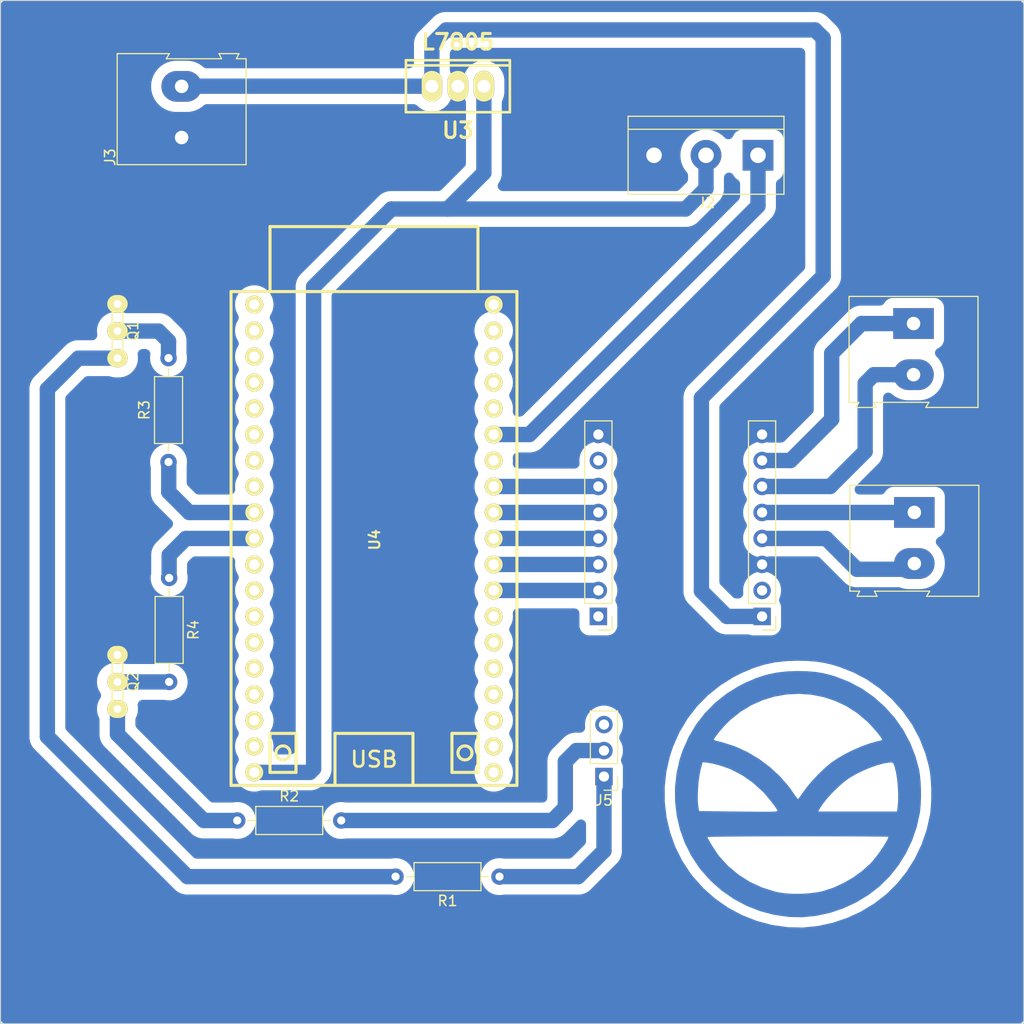
<source format=kicad_pcb>
(kicad_pcb (version 20221018) (generator pcbnew)
  (layers (0 "F.Cu" signal) (31 "B.Cu" signal) (34 "B.Paste" user) (35 "F.Paste" user) (36 "B.SilkS" user "B.Silkscreen") (37 "F.SilkS" user "F.Silkscreen") (38 "B.Mask" user) (39 "F.Mask" user) (44 "Edge.Cuts" user))
  (net 0 "")
  (net 1 "GND")
  (net 2 "/5v")
  (net 3 "/MO1")
  (net 4 "/MO2")
  (net 5 "/MO3")
  (net 14 "/MO4")
  (net 15 "/LED1")
  (net 16 "/LED2")
  (net 31 "/MA1")
  (net 36 "/LED3")
  (net 38 "/Vcc")
  (net 39 "/Servo")
  (net 40 "/MA2")
  (net 41 "/STBY")
  (net 42 "/MB1")
  (net 43 "/MB2")
  (net 46 "/LedS1")
  (net 47 "/LedS2")
  (net 48 "/LedS3")
  (net 49 "Net-(Q1-C)")
  (net 50 "Net-(Q2-C)")
  (net 51 "Net-(Q1-B)")
  (net 52 "Net-(Q2-B)")
  (footprint "EESTN5:ESP32_DEVKITC" (layer "F.Cu") (at 117.3 109.7 -90)
    (fp_text reference "U4" (at 0.127 -0.0635 90) (layer "F.SilkS") (effects (font (size 1.016 1.016) (thickness 0.2032))))
    (fp_text value "ESP32_DEVKITC" hide)
    (fp_text user "USB" (at 21.59 0) (layer "F.SilkS") (effects (font (size 1.524 1.524) (thickness 0.254))))
    (fp_line (start -30.48 -10.16) (end -30.48 10.16) (stroke (width 0.3048)) (layer "F.SilkS"))
    (fp_line (start -30.48 -10.16) (end -24.13 -10.16) (stroke (width 0.3048)) (layer "F.SilkS"))
    (fp_line (start -30.48 10.16) (end -24.13 10.16) (stroke (width 0.3048)) (layer "F.SilkS"))
    (fp_line (start -24.13 -13.97) (end -24.13 13.97) (stroke (width 0.3048)) (layer "F.SilkS"))
    (fp_line (start -24.13 -13.97) (end 24.13 -13.97) (stroke (width 0.3048)) (layer "F.SilkS"))
    (fp_line (start 19.05 -10.16) (end 19.05 -7.62) (stroke (width 0.3048)) (layer "F.SilkS"))
    (fp_line (start 19.05 -7.62) (end 22.86 -7.62) (stroke (width 0.3048)) (layer "F.SilkS"))
    (fp_line (start 19.05 -3.81) (end 19.05 3.81) (stroke (width 0.3048)) (layer "F.SilkS"))
    (fp_line (start 19.05 3.81) (end 24.13 3.81) (stroke (width 0.3048)) (layer "F.SilkS"))
    (fp_line (start 19.05 7.62) (end 22.86 7.62) (stroke (width 0.3048)) (layer "F.SilkS"))
    (fp_line (start 19.05 10.16) (end 19.05 7.62) (stroke (width 0.3048)) (layer "F.SilkS"))
    (fp_line (start 22.86 -10.16) (end 19.05 -10.16) (stroke (width 0.3048)) (layer "F.SilkS"))
    (fp_line (start 22.86 -7.62) (end 22.86 -10.16) (stroke (width 0.3048)) (layer "F.SilkS"))
    (fp_line (start 22.86 7.62) (end 22.86 10.16) (stroke (width 0.3048)) (layer "F.SilkS"))
    (fp_line (start 22.86 10.16) (end 19.05 10.16) (stroke (width 0.3048)) (layer "F.SilkS"))
    (fp_line (start 24.13 -3.81) (end 19.05 -3.81) (stroke (width 0.3048)) (layer "F.SilkS"))
    (fp_line (start 24.13 13.97) (end -24.13 13.97) (stroke (width 0.3048)) (layer "F.SilkS"))
    (fp_line (start 24.13 13.97) (end 24.13 -13.97) (stroke (width 0.3048)) (layer "F.SilkS"))
    (fp_circle (center 20.955 -8.89) (end 21.5265 -8.509) (stroke (width 0.3048)) (fill none) (layer "F.SilkS"))
    (fp_circle (center 20.955 8.89) (end 21.5265 9.271) (stroke (width 0.3048)) (fill none) (layer "F.SilkS"))
    (pad "1" thru_hole circle (at -22.86 11.7 270) (size 1.75 1.75) (drill 1) (layers "*.Cu" "*.Mask" "F.SilkS"))
    (pad "2" thru_hole circle (at -20.32 11.7 270) (size 1.75 1.75) (drill 1) (layers "*.Cu" "*.Mask" "F.SilkS"))
    (pad "3" thru_hole circle (at -17.78 11.7 270) (size 1.75 1.75) (drill 1) (layers "*.Cu" "*.Mask" "F.SilkS"))
    (pad "4" thru_hole circle (at -15.24 11.7 270) (size 1.75 1.75) (drill 1) (layers "*.Cu" "*.Mask" "F.SilkS"))
    (pad "5" thru_hole circle (at -12.7 11.7 270) (size 1.75 1.75) (drill 1) (layers "*.Cu" "*.Mask" "F.SilkS"))
    (pad "6" thru_hole circle (at -10.16 11.7 270) (size 1.75 1.75) (drill 1) (layers "*.Cu" "*.Mask" "F.SilkS"))
    (pad "7" thru_hole circle (at -7.62 11.7 270) (size 1.75 1.75) (drill 1) (layers "*.Cu" "*.Mask" "F.SilkS"))
    (pad "8" thru_hole circle (at -5.08 11.7 270) (size 1.75 1.75) (drill 1) (layers "*.Cu" "*.Mask" "F.SilkS"))
    (pad "9" thru_hole circle (at -2.54 11.7 270) (size 1.75 1.75) (drill 1) (layers "*.Cu" "*.Mask" "F.SilkS") (net 15 "/LED1"))
    (pad "10" thru_hole circle (at 0 11.7 270) (size 1.75 1.75) (drill 1) (layers "*.Cu" "*.Mask" "F.SilkS") (net 16 "/LED2"))
    (pad "11" thru_hole circle (at 2.54 11.7 270) (size 1.75 1.75) (drill 1) (layers "*.Cu" "*.Mask" "F.SilkS") (net 36 "/LED3"))
    (pad "12" thru_hole circle (at 5.08 11.7 270) (size 1.75 1.75) (drill 1) (layers "*.Cu" "*.Mask" "F.SilkS"))
    (pad "13" thru_hole circle (at 7.62 11.7 270) (size 1.75 1.75) (drill 1) (layers "*.Cu" "*.Mask" "F.SilkS"))
    (pad "14" thru_hole circle (at 10.16 11.7 270) (size 1.75 1.75) (drill 1) (layers "*.Cu" "*.Mask" "F.SilkS"))
    (pad "15" thru_hole circle (at 12.7 11.7 270) (size 1.75 1.75) (drill 1) (layers "*.Cu" "*.Mask" "F.SilkS"))
    (pad "16" thru_hole circle (at 15.24 11.7 270) (size 1.75 1.75) (drill 1) (layers "*.Cu" "*.Mask" "F.SilkS"))
    (pad "17" thru_hole circle (at 17.78 11.7 270) (size 1.75 1.75) (drill 1) (layers "*.Cu" "*.Mask" "F.SilkS"))
    (pad "18" thru_hole circle (at 20.32 11.7 270) (size 1.75 1.75) (drill 1) (layers "*.Cu" "*.Mask" "F.SilkS"))
    (pad "19" thru_hole circle (at 22.86 11.7 270) (size 1.75 1.75) (drill 1) (layers "*.Cu" "*.Mask" "F.SilkS") (net 2 "/5v"))
    (pad "20" thru_hole circle (at 22.86 -11.7 90) (size 1.75 1.75) (drill 1) (layers "*.Cu" "*.Mask" "F.SilkS"))
    (pad "21" thru_hole circle (at 20.32 -11.7 90) (size 1.75 1.75) (drill 1) (layers "*.Cu" "*.Mask" "F.SilkS"))
    (pad "22" thru_hole circle (at 17.78 -11.7 90) (size 1.75 1.75) (drill 1) (layers "*.Cu" "*.Mask" "F.SilkS"))
    (pad "23" thru_hole circle (at 15.24 -11.7 90) (size 1.75 1.75) (drill 1) (layers "*.Cu" "*.Mask" "F.SilkS"))
    (pad "24" thru_hole circle (at 12.7 -11.7 90) (size 1.75 1.75) (drill 1) (layers "*.Cu" "*.Mask" "F.SilkS"))
    (pad "25" thru_hole circle (at 10.16 -11.7 90) (size 1.75 1.75) (drill 1) (layers "*.Cu" "*.Mask" "F.SilkS"))
    (pad "26" thru_hole circle (at 7.62 -11.7 90) (size 1.75 1.75) (drill 1) (layers "*.Cu" "*.Mask" "F.SilkS"))
    (pad "27" thru_hole circle (at 5.08 -11.7 90) (size 1.75 1.75) (drill 1) (layers "*.Cu" "*.Mask" "F.SilkS") (net 40 "/MA2"))
    (pad "28" thru_hole circle (at 2.54 -11.7 90) (size 1.75 1.75) (drill 1) (layers "*.Cu" "*.Mask" "F.SilkS") (net 31 "/MA1"))
    (pad "29" thru_hole circle (at 0 -11.7 90) (size 1.75 1.75) (drill 1) (layers "*.Cu" "*.Mask" "F.SilkS") (net 41 "/STBY"))
    (pad "30" thru_hole circle (at -2.54 -11.7 90) (size 1.75 1.75) (drill 1) (layers "*.Cu" "*.Mask" "F.SilkS") (net 42 "/MB1"))
    (pad "31" thru_hole circle (at -5.08 -11.7 90) (size 1.75 1.75) (drill 1) (layers "*.Cu" "*.Mask" "F.SilkS") (net 43 "/MB2"))
    (pad "32" thru_hole circle (at -7.62 -11.7 90) (size 1.75 1.75) (drill 1) (layers "*.Cu" "*.Mask" "F.SilkS"))
    (pad "33" thru_hole circle (at -10.16 -11.7 90) (size 1.75 1.75) (drill 1) (layers "*.Cu" "*.Mask" "F.SilkS") (net 39 "/Servo"))
    (pad "34" thru_hole circle (at -12.7 -11.7 90) (size 1.75 1.75) (drill 1) (layers "*.Cu" "*.Mask" "F.SilkS"))
    (pad "35" thru_hole circle (at -15.24 -11.7 90) (size 1.75 1.75) (drill 1) (layers "*.Cu" "*.Mask" "F.SilkS"))
    (pad "36" thru_hole circle (at -17.78 -11.7 90) (size 1.75 1.75) (drill 1) (layers "*.Cu" "*.Mask" "F.SilkS"))
    (pad "37" thru_hole circle (at -20.32 -11.7 90) (size 1.75 1.75) (drill 1) (layers "*.Cu" "*.Mask" "F.SilkS"))
    (pad "38" thru_hole circle (at -22.86 -11.7 90) (size 1.75 1.75) (drill 1) (layers "*.Cu" "*.Mask" "F.SilkS") (net 1 "GND"))
  )
  (footprint "EESTN5:TO-20" (layer "F.Cu") (at 92.23 89.43 90)
    (fp_text reference "Q1" (at 0 1.524 90) (layer "F.SilkS"))
    (fp_text value "BC548")
    (fp_line (start -3.048 -0.508) (end 3.048 -0.508) (stroke (width 0.15)) (layer "F.SilkS"))
    (fp_line (start -3.048 0.508) (end -3.048 -0.508) (stroke (width 0.15)) (layer "F.SilkS"))
    (fp_line (start 3.048 -0.508) (end 3.048 0.508) (stroke (width 0.15)) (layer "F.SilkS"))
    (fp_line (start 3.048 0.508) (end -3.048 0.508) (stroke (width 0.15)) (layer "F.SilkS"))
    (pad "1" thru_hole oval (at -2.65 0 90) (size 1.75 2) (drill 0.762) (layers "*.Cu" "*.Mask" "F.SilkS") (net 49 "Net-(Q1-C)"))
    (pad "2" thru_hole oval (at 0 0 90) (size 1.75 2) (drill 0.762) (layers "*.Cu" "*.Mask" "F.SilkS") (net 51 "Net-(Q1-B)"))
    (pad "3" thru_hole oval (at 2.65 0 90) (size 1.75 2) (drill 0.762) (layers "*.Cu" "*.Mask" "F.SilkS") (net 1 "GND"))
  )
  (footprint "TerminalBlock:TerminalBlock_Altech_AK300-2_P5.00mm" (layer "F.Cu") (at 170.11 107.15 -90)
    (fp_text reference "J4" hide)
    (fp_text value "Motor2")
    (fp_line (start -2.65 -6.3) (end -2.65 6.3) (stroke (width 0.12)) (layer "F.SilkS"))
    (fp_line (start -2.65 6.3) (end 7.7 6.3) (stroke (width 0.12)) (layer "F.SilkS"))
    (fp_line (start 7.7 -1.5) (end 8.2 -1.2) (stroke (width 0.12)) (layer "F.SilkS"))
    (fp_line (start 7.7 3.9) (end 7.7 -1.5) (stroke (width 0.12)) (layer "F.SilkS"))
    (fp_line (start 7.7 5.35) (end 8.2 5.6) (stroke (width 0.12)) (layer "F.SilkS"))
    (fp_line (start 7.7 6.3) (end 7.7 5.35) (stroke (width 0.12)) (layer "F.SilkS"))
    (fp_line (start 8.2 -6.3) (end -2.65 -6.3) (stroke (width 0.12)) (layer "F.SilkS"))
    (fp_line (start 8.2 -1.2) (end 8.2 -6.3) (stroke (width 0.12)) (layer "F.SilkS"))
    (fp_line (start 8.2 3.65) (end 7.7 3.9) (stroke (width 0.12)) (layer "F.SilkS"))
    (fp_line (start 8.2 3.7) (end 8.2 3.65) (stroke (width 0.12)) (layer "F.SilkS"))
    (fp_line (start 8.2 5.6) (end 8.2 3.7) (stroke (width 0.12)) (layer "F.SilkS"))
    (pad "1" thru_hole rect (at 0 0 270) (size 3 3.96) (drill 1.32) (layers "*.Cu" "*.Mask") (net 4 "/MO2"))
    (pad "2" thru_hole oval (at 5 0 270) (size 3 3.96) (drill 1.32) (layers "*.Cu" "*.Mask") (net 3 "/MO1"))
  )
  (footprint "EESTN5:TO-20" (layer "F.Cu") (at 92.23 123.72 90)
    (fp_text reference "Q2" (at 0 1.524 90) (layer "F.SilkS"))
    (fp_text value "BC548")
    (fp_line (start -3.048 -0.508) (end 3.048 -0.508) (stroke (width 0.15)) (layer "F.SilkS"))
    (fp_line (start -3.048 0.508) (end -3.048 -0.508) (stroke (width 0.15)) (layer "F.SilkS"))
    (fp_line (start 3.048 -0.508) (end 3.048 0.508) (stroke (width 0.15)) (layer "F.SilkS"))
    (fp_line (start 3.048 0.508) (end -3.048 0.508) (stroke (width 0.15)) (layer "F.SilkS"))
    (pad "1" thru_hole oval (at -2.65 0 90) (size 1.75 2) (drill 0.762) (layers "*.Cu" "*.Mask" "F.SilkS") (net 50 "Net-(Q2-C)"))
    (pad "2" thru_hole oval (at 0 0 90) (size 1.75 2) (drill 0.762) (layers "*.Cu" "*.Mask" "F.SilkS") (net 52 "Net-(Q2-B)"))
    (pad "3" thru_hole oval (at 2.65 0 90) (size 1.75 2) (drill 0.762) (layers "*.Cu" "*.Mask" "F.SilkS") (net 1 "GND"))
  )
  (footprint "Resistor_THT:R_Axial_DIN0207_L6.3mm_D2.5mm_P10.16mm_Horizontal" (layer "F.Cu") (at 129.5654 142.748 180)
    (fp_text reference "R1" (at 5.08 -2.37) (layer "F.SilkS"))
    (fp_text value "R_Led")
    (fp_line (start 1.04 0) (end 1.81 0) (stroke (width 0.12)) (layer "F.SilkS"))
    (fp_line (start 1.81 -1.37) (end 1.81 1.37) (stroke (width 0.12)) (layer "F.SilkS"))
    (fp_line (start 1.81 1.37) (end 8.35 1.37) (stroke (width 0.12)) (layer "F.SilkS"))
    (fp_line (start 8.35 -1.37) (end 1.81 -1.37) (stroke (width 0.12)) (layer "F.SilkS"))
    (fp_line (start 8.35 1.37) (end 8.35 -1.37) (stroke (width 0.12)) (layer "F.SilkS"))
    (fp_line (start 9.12 0) (end 8.35 0) (stroke (width 0.12)) (layer "F.SilkS"))
    (pad "1" thru_hole circle (at 0 0 180) (size 1.6 1.6) (drill 0.8) (layers "*.Cu" "*.Mask") (net 46 "/LedS1"))
    (pad "2" thru_hole oval (at 10.16 0 180) (size 1.6 1.6) (drill 0.8) (layers "*.Cu" "*.Mask") (net 49 "Net-(Q1-C)"))
  )
  (footprint "Connector_PinHeader_2.54mm:PinHeader_1x03_P2.54mm_Vertical" (layer "F.Cu") (at 139.7762 132.969 180)
    (fp_text reference "J5" (at 0 -2.33) (layer "F.SilkS"))
    (fp_text value "SalidaLuces")
    (fp_line (start -1.33 -1.33) (end 0 -1.33) (stroke (width 0.12)) (layer "F.SilkS"))
    (fp_line (start -1.33 0) (end -1.33 -1.33) (stroke (width 0.12)) (layer "F.SilkS"))
    (fp_line (start -1.33 1.27) (end -1.33 6.41) (stroke (width 0.12)) (layer "F.SilkS"))
    (fp_line (start -1.33 1.27) (end 1.33 1.27) (stroke (width 0.12)) (layer "F.SilkS"))
    (fp_line (start -1.33 6.41) (end 1.33 6.41) (stroke (width 0.12)) (layer "F.SilkS"))
    (fp_line (start 1.33 1.27) (end 1.33 6.41) (stroke (width 0.12)) (layer "F.SilkS"))
    (pad "1" thru_hole rect (at 0 0 180) (size 1.7 1.7) (drill 1) (layers "*.Cu" "*.Mask") (net 46 "/LedS1"))
    (pad "2" thru_hole oval (at 0 2.54 180) (size 1.7 1.7) (drill 1) (layers "*.Cu" "*.Mask") (net 47 "/LedS2"))
    (pad "3" thru_hole oval (at 0 5.08 180) (size 1.7 1.7) (drill 1) (layers "*.Cu" "*.Mask") (net 48 "/LedS3"))
  )
  (footprint "TerminalBlock:TerminalBlock_Altech_AK300-2_P5.00mm" (layer "F.Cu") (at 98.5 70.515 90)
    (fp_text reference "J3" (at -1.92 -6.99 90) (layer "F.SilkS"))
    (fp_text value "BateriadeNotebook")
    (fp_line (start -2.65 -6.3) (end -2.65 6.3) (stroke (width 0.12)) (layer "F.SilkS"))
    (fp_line (start -2.65 6.3) (end 7.7 6.3) (stroke (width 0.12)) (layer "F.SilkS"))
    (fp_line (start 7.7 -1.5) (end 8.2 -1.2) (stroke (width 0.12)) (layer "F.SilkS"))
    (fp_line (start 7.7 3.9) (end 7.7 -1.5) (stroke (width 0.12)) (layer "F.SilkS"))
    (fp_line (start 7.7 5.35) (end 8.2 5.6) (stroke (width 0.12)) (layer "F.SilkS"))
    (fp_line (start 7.7 6.3) (end 7.7 5.35) (stroke (width 0.12)) (layer "F.SilkS"))
    (fp_line (start 8.2 -6.3) (end -2.65 -6.3) (stroke (width 0.12)) (layer "F.SilkS"))
    (fp_line (start 8.2 -1.2) (end 8.2 -6.3) (stroke (width 0.12)) (layer "F.SilkS"))
    (fp_line (start 8.2 3.65) (end 7.7 3.9) (stroke (width 0.12)) (layer "F.SilkS"))
    (fp_line (start 8.2 3.7) (end 8.2 3.65) (stroke (width 0.12)) (layer "F.SilkS"))
    (fp_line (start 8.2 5.6) (end 8.2 3.7) (stroke (width 0.12)) (layer "F.SilkS"))
    (pad "1" thru_hole rect (at 0 0 90) (size 3 3.96) (drill 1.32) (layers "*.Cu" "*.Mask") (net 1 "GND"))
    (pad "2" thru_hole oval (at 5 0 90) (size 3 3.96) (drill 1.32) (layers "*.Cu" "*.Mask") (net 38 "/Vcc"))
  )
  (footprint "TerminalBlock:TerminalBlock_bornier-3_P5.08mm" (layer "F.Cu") (at 154.83 72.25 180)
    (fp_text reference "J2" (at 5.05 -4.65) (layer "F.SilkS"))
    (fp_text value "Servo")
    (fp_line (start -2.54 -3.81) (end 12.7 -3.81) (stroke (width 0.12)) (layer "F.SilkS"))
    (fp_line (start -2.54 2.54) (end 12.7 2.54) (stroke (width 0.12)) (layer "F.SilkS"))
    (fp_line (start -2.54 3.81) (end -2.54 -3.81) (stroke (width 0.12)) (layer "F.SilkS"))
    (fp_line (start -2.54 3.81) (end 12.7 3.81) (stroke (width 0.12)) (layer "F.SilkS"))
    (fp_line (start 12.7 3.81) (end 12.7 -3.81) (stroke (width 0.12)) (layer "F.SilkS"))
    (pad "1" thru_hole rect (at 0 0 180) (size 3 3) (drill 1.52) (layers "*.Cu" "*.Mask") (net 39 "/Servo"))
    (pad "2" thru_hole circle (at 5.08 0 180) (size 3 3) (drill 1.52) (layers "*.Cu" "*.Mask") (net 2 "/5v"))
    (pad "3" thru_hole circle (at 10.16 0 180) (size 3 3) (drill 1.52) (layers "*.Cu" "*.Mask") (net 1 "GND"))
  )
  (footprint "TerminalBlock:TerminalBlock_Altech_AK300-2_P5.00mm" (layer "F.Cu") (at 170.03 88.695 -90)
    (fp_text reference "J1" hide)
    (fp_text value "Motor1")
    (fp_line (start -2.65 -6.3) (end -2.65 6.3) (stroke (width 0.12)) (layer "F.SilkS"))
    (fp_line (start -2.65 6.3) (end 7.7 6.3) (stroke (width 0.12)) (layer "F.SilkS"))
    (fp_line (start 7.7 -1.5) (end 8.2 -1.2) (stroke (width 0.12)) (layer "F.SilkS"))
    (fp_line (start 7.7 3.9) (end 7.7 -1.5) (stroke (width 0.12)) (layer "F.SilkS"))
    (fp_line (start 7.7 5.35) (end 8.2 5.6) (stroke (width 0.12)) (layer "F.SilkS"))
    (fp_line (start 7.7 6.3) (end 7.7 5.35) (stroke (width 0.12)) (layer "F.SilkS"))
    (fp_line (start 8.2 -6.3) (end -2.65 -6.3) (stroke (width 0.12)) (layer "F.SilkS"))
    (fp_line (start 8.2 -1.2) (end 8.2 -6.3) (stroke (width 0.12)) (layer "F.SilkS"))
    (fp_line (start 8.2 3.65) (end 7.7 3.9) (stroke (width 0.12)) (layer "F.SilkS"))
    (fp_line (start 8.2 3.7) (end 8.2 3.65) (stroke (width 0.12)) (layer "F.SilkS"))
    (fp_line (start 8.2 5.6) (end 8.2 3.7) (stroke (width 0.12)) (layer "F.SilkS"))
    (pad "1" thru_hole rect (at 0 0 270) (size 3 3.96) (drill 1.32) (layers "*.Cu" "*.Mask") (net 14 "/MO4"))
    (pad "2" thru_hole oval (at 5 0 270) (size 3 3.96) (drill 1.32) (layers "*.Cu" "*.Mask") (net 5 "/MO3"))
  )
  (footprint "Connector_PinHeader_2.54mm:PinHeader_1x08_P2.54mm_Vertical" (layer "F.Cu") (at 139.23 117.32 180)
    (fp_text reference "J7" hide)
    (fp_text value "DRV883_I")
    (fp_line (start -1.33 -1.33) (end 0 -1.33) (stroke (width 0.12)) (layer "F.SilkS"))
    (fp_line (start -1.33 0) (end -1.33 -1.33) (stroke (width 0.12)) (layer "F.SilkS"))
    (fp_line (start -1.33 1.27) (end -1.33 19.11) (stroke (width 0.12)) (layer "F.SilkS"))
    (fp_line (start -1.33 1.27) (end 1.33 1.27) (stroke (width 0.12)) (layer "F.SilkS"))
    (fp_line (start -1.33 19.11) (end 1.33 19.11) (stroke (width 0.12)) (layer "F.SilkS"))
    (fp_line (start 1.33 1.27) (end 1.33 19.11) (stroke (width 0.12)) (layer "F.SilkS"))
    (pad "1" thru_hole rect (at 0 0 180) (size 1.7 1.7) (drill 1) (layers "*.Cu" "*.Mask"))
    (pad "2" thru_hole oval (at 0 2.54 180) (size 1.7 1.7) (drill 1) (layers "*.Cu" "*.Mask") (net 40 "/MA2"))
    (pad "3" thru_hole oval (at 0 5.08 180) (size 1.7 1.7) (drill 1) (layers "*.Cu" "*.Mask") (net 31 "/MA1"))
    (pad "4" thru_hole oval (at 0 7.62 180) (size 1.7 1.7) (drill 1) (layers "*.Cu" "*.Mask") (net 41 "/STBY"))
    (pad "5" thru_hole oval (at 0 10.16 180) (size 1.7 1.7) (drill 1) (layers "*.Cu" "*.Mask") (net 42 "/MB1"))
    (pad "6" thru_hole oval (at 0 12.7 180) (size 1.7 1.7) (drill 1) (layers "*.Cu" "*.Mask") (net 43 "/MB2"))
    (pad "7" thru_hole oval (at 0 15.24 180) (size 1.7 1.7) (drill 1) (layers "*.Cu" "*.Mask"))
    (pad "8" thru_hole oval (at 0 17.78 180) (size 1.7 1.7) (drill 1) (layers "*.Cu" "*.Mask") (net 1 "GND"))
  )
  (footprint "Resistor_THT:R_Axial_DIN0207_L6.3mm_D2.5mm_P10.16mm_Horizontal" (layer "F.Cu") (at 103.9368 137.2616)
    (fp_text reference "R2" (at 5.08 -2.37) (layer "F.SilkS"))
    (fp_text value "R_Led")
    (fp_line (start 1.04 0) (end 1.81 0) (stroke (width 0.12)) (layer "F.SilkS"))
    (fp_line (start 1.81 -1.37) (end 1.81 1.37) (stroke (width 0.12)) (layer "F.SilkS"))
    (fp_line (start 1.81 1.37) (end 8.35 1.37) (stroke (width 0.12)) (layer "F.SilkS"))
    (fp_line (start 8.35 -1.37) (end 1.81 -1.37) (stroke (width 0.12)) (layer "F.SilkS"))
    (fp_line (start 8.35 1.37) (end 8.35 -1.37) (stroke (width 0.12)) (layer "F.SilkS"))
    (fp_line (start 9.12 0) (end 8.35 0) (stroke (width 0.12)) (layer "F.SilkS"))
    (pad "1" thru_hole circle (at 0 0) (size 1.6 1.6) (drill 0.8) (layers "*.Cu" "*.Mask") (net 50 "Net-(Q2-C)"))
    (pad "2" thru_hole oval (at 10.16 0) (size 1.6 1.6) (drill 0.8) (layers "*.Cu" "*.Mask") (net 47 "/LedS2"))
  )
  (footprint "Connector_PinHeader_2.54mm:PinHeader_1x08_P2.54mm_Vertical" (layer "F.Cu") (at 155.23 117.32 180)
    (fp_text reference "J6" hide)
    (fp_text value "DRV8833_O")
    (fp_line (start -1.33 -1.33) (end 0 -1.33) (stroke (width 0.12)) (layer "F.SilkS"))
    (fp_line (start -1.33 0) (end -1.33 -1.33) (stroke (width 0.12)) (layer "F.SilkS"))
    (fp_line (start -1.33 1.27) (end -1.33 19.11) (stroke (width 0.12)) (layer "F.SilkS"))
    (fp_line (start -1.33 1.27) (end 1.33 1.27) (stroke (width 0.12)) (layer "F.SilkS"))
    (fp_line (start -1.33 19.11) (end 1.33 19.11) (stroke (width 0.12)) (layer "F.SilkS"))
    (fp_line (start 1.33 1.27) (end 1.33 19.11) (stroke (width 0.12)) (layer "F.SilkS"))
    (pad "1" thru_hole rect (at 0 0 180) (size 1.7 1.7) (drill 1) (layers "*.Cu" "*.Mask") (net 38 "/Vcc"))
    (pad "2" thru_hole oval (at 0 2.54 180) (size 1.7 1.7) (drill 1) (layers "*.Cu" "*.Mask"))
    (pad "3" thru_hole oval (at 0 5.08 180) (size 1.7 1.7) (drill 1) (layers "*.Cu" "*.Mask") (net 1 "GND"))
    (pad "4" thru_hole oval (at 0 7.62 180) (size 1.7 1.7) (drill 1) (layers "*.Cu" "*.Mask") (net 3 "/MO1"))
    (pad "5" thru_hole oval (at 0 10.16 180) (size 1.7 1.7) (drill 1) (layers "*.Cu" "*.Mask") (net 4 "/MO2"))
    (pad "6" thru_hole oval (at 0 12.7 180) (size 1.7 1.7) (drill 1) (layers "*.Cu" "*.Mask") (net 5 "/MO3"))
    (pad "7" thru_hole oval (at 0 15.24 180) (size 1.7 1.7) (drill 1) (layers "*.Cu" "*.Mask") (net 14 "/MO4"))
    (pad "8" thru_hole oval (at 0 17.78 180) (size 1.7 1.7) (drill 1) (layers "*.Cu" "*.Mask") (net 1 "GND"))
  )
  (footprint "Resistor_THT:R_Axial_DIN0207_L6.3mm_D2.5mm_P10.16mm_Horizontal" (layer "F.Cu") (at 97.22 102.23 90)
    (fp_text reference "R3" (at 5.08 -2.37 90) (layer "F.SilkS"))
    (fp_text value "R_Led")
    (fp_line (start 1.04 0) (end 1.81 0) (stroke (width 0.12)) (layer "F.SilkS"))
    (fp_line (start 1.81 -1.37) (end 1.81 1.37) (stroke (width 0.12)) (layer "F.SilkS"))
    (fp_line (start 1.81 1.37) (end 8.35 1.37) (stroke (width 0.12)) (layer "F.SilkS"))
    (fp_line (start 8.35 -1.37) (end 1.81 -1.37) (stroke (width 0.12)) (layer "F.SilkS"))
    (fp_line (start 8.35 1.37) (end 8.35 -1.37) (stroke (width 0.12)) (layer "F.SilkS"))
    (fp_line (start 9.12 0) (end 8.35 0) (stroke (width 0.12)) (layer "F.SilkS"))
    (pad "1" thru_hole circle (at 0 0 90) (size 1.6 1.6) (drill 0.8) (layers "*.Cu" "*.Mask") (net 15 "/LED1"))
    (pad "2" thru_hole oval (at 10.16 0 90) (size 1.6 1.6) (drill 0.8) (layers "*.Cu" "*.Mask") (net 51 "Net-(Q1-B)"))
  )
  (footprint "Resistor_THT:R_Axial_DIN0207_L6.3mm_D2.5mm_P10.16mm_Horizontal" (layer "F.Cu") (at 97.28 113.56 -90)
    (fp_text reference "R4" (at 5.08 -2.37 90) (layer "F.SilkS"))
    (fp_text value "R_Led")
    (fp_line (start 1.04 0) (end 1.81 0) (stroke (width 0.12)) (layer "F.SilkS"))
    (fp_line (start 1.81 -1.37) (end 1.81 1.37) (stroke (width 0.12)) (layer "F.SilkS"))
    (fp_line (start 1.81 1.37) (end 8.35 1.37) (stroke (width 0.12)) (layer "F.SilkS"))
    (fp_line (start 8.35 -1.37) (end 1.81 -1.37) (stroke (width 0.12)) (layer "F.SilkS"))
    (fp_line (start 8.35 1.37) (end 8.35 -1.37) (stroke (width 0.12)) (layer "F.SilkS"))
    (fp_line (start 9.12 0) (end 8.35 0) (stroke (width 0.12)) (layer "F.SilkS"))
    (pad "1" thru_hole circle (at 0 0 270) (size 1.6 1.6) (drill 0.8) (layers "*.Cu" "*.Mask") (net 16 "/LED2"))
    (pad "2" thru_hole oval (at 10.16 0 270) (size 1.6 1.6) (drill 0.8) (layers "*.Cu" "*.Mask") (net 52 "Net-(Q2-B)"))
  )
  (footprint "LOGO" (layer "F.Cu") (at 158.73 134.65)
    (fp_text reference "G***" hide)
    (fp_text value "LOGO" hide)
    (fp_poly (pts (xy 0.862652 -11.978673) (xy 1.654496 -11.917105) (xy 2.387586 -11.803158) (xy 3.117322 -11.628755) (xy 3.710445 -11.448624) (xy 5.030354 -10.934499) (xy 6.252514 -10.283702) (xy 7.392596 -9.486582) (xy 8.466272 -8.533489) (xy 8.501789 -8.498234) (xy 9.477422 -7.407794) (xy 10.304034 -6.228783) (xy 10.981326 -4.961748) (xy 11.508998 -3.607236) (xy 11.835679 -2.405478) (xy 11.927942 -1.851525) (xy 11.991966 -1.177369) (xy 12.026722 -0.434038) (xy 12.031178 0.32744) (xy 12.004306 1.056038) (xy 11.945075 1.700729) (xy 11.921838 1.863823) (xy 11.623748 3.226455) (xy 11.168289 4.549684) (xy 10.566459 5.813405) (xy 9.829256 6.997515) (xy 8.967675 8.08191) (xy 7.992856 9.046363) (xy 6.896823 9.89536) (xy 5.708418 10.61554) (xy 4.448276 11.199951) (xy 3.137028 11.641639) (xy 1.795306 11.933651) (xy 0.443743 12.069033) (xy -0.893456 12.041133) (xy -2.329697 11.835282) (xy -3.717123 11.467517) (xy -5.043385 10.944647) (xy -6.296129 10.273484) (xy -7.463003 9.460838) (xy -8.531656 8.513519) (xy -9.489736 7.438338) (xy -9.673291 7.200187) (xy -10.438049 6.040566) (xy -11.05598 4.80167) (xy -11.260451 4.233945) (xy -8.84232 4.233945) (xy -8.796968 4.352022) (xy -8.675408 4.578168) (xy -8.499387 4.877396) (xy -8.290649 5.214717) (xy -8.070941 5.555144) (xy -7.862009 5.863688) (xy -7.685598 6.105362) (xy -7.655792 6.143014) (xy -6.781799 7.089279) (xy -5.792437 7.911742) (xy -4.702035 8.601657) (xy -3.524925 9.15028) (xy -2.275437 9.548864) (xy -1.950511 9.624675) (xy -1.269329 9.728516) (xy -0.480093 9.777633) (xy 0.361249 9.773544) (xy 1.198747 9.71777) (xy 1.976453 9.611829) (xy 2.470649 9.504638) (xy 3.463721 9.176646) (xy 4.458085 8.722189) (xy 5.414194 8.1653) (xy 6.292504 7.530012) (xy 7.053467 6.840356) (xy 7.306345 6.565925) (xy 7.596651 6.212874) (xy 7.895904 5.815209) (xy 8.184559 5.402933) (xy 8.443073 5.006051) (xy 8.651901 4.654568) (xy 8.791498 4.378486) (xy 8.842321 4.207891) (xy 8.757547 4.201423) (xy 8.510886 4.195219) (xy 8.11383 4.189341) (xy 7.57787 4.18385) (xy 6.914498 4.178805) (xy 6.135205 4.174269) (xy 5.251485 4.170301) (xy 4.274827 4.166964) (xy 3.216724 4.164316) (xy 2.088668 4.16242) (xy 0.90215 4.161336) (xy 0 4.161093) (xy -1.22214 4.161791) (xy -2.39426 4.163823) (xy -3.504868 4.167095) (xy -4.542473 4.171511) (xy -5.495582 4.176976) (xy -6.352704 4.183397) (xy -7.102348 4.190678) (xy -7.733021 4.198725) (xy -8.233232 4.207442) (xy -8.59149 4.216737) (xy -8.796302 4.226512) (xy -8.84232 4.233945) (xy -11.260451 4.233945) (xy -11.524798 3.499973) (xy -11.842215 2.151953) (xy -12.005947 0.774082) (xy -12.009694 0.102426) (xy -9.783607 0.102426) (xy -9.780635 0.69121) (xy -9.7434 1.16964) (xy -9.73701 1.213652) (xy -9.663544 1.690444) (xy -6.067096 1.733789) (xy -5.110526 1.74479) (xy -4.31334 1.752533) (xy -3.661571 1.75676) (xy -3.141249 1.757214) (xy -2.738408 1.753638) (xy -2.439078 1.745777) (xy -2.23636 1.733789) (xy 1.987757 1.733789) (xy 5.836703 1.733789) (xy 9.685649 1.733789) (xy 9.740777 1.331587) (xy 9.79214 0.725206) (xy 9.798901 0.032561) (xy 9.764936 -0.697203) (xy 9.694121 -1.414943) (xy 9.590333 -2.071514) (xy 9.457448 -2.617771) (xy 9.420354 -2.730716) (xy 9.334712 -2.946105) (xy 9.238219 -3.041513) (xy 9.067024 -3.057705) (xy 8.923314 -3.048039) (xy 8.384467 -2.961616) (xy 7.748156 -2.788044) (xy 7.05593 -2.543785) (xy 6.349338 -2.245303) (xy 5.669929 -1.90906) (xy 5.059251 -1.551521) (xy 4.928905 -1.465304) (xy 4.438217 -1.094879) (xy 3.91782 -0.637977) (xy 3.399829 -0.128571) (xy 2.916361 0.399367) (xy 2.499531 0.911861) (xy 2.181457 1.37494) (xy 2.089066 1.538738) (xy 1.987757 1.733789) (xy -2.23636 1.733789) (xy -2.229292 1.733371) (xy -2.09508 1.716166) (xy -2.022476 1.693903) (xy -1.997509 1.666326) (xy -1.997052 1.658933) (xy -2.053936 1.534423) (xy -2.201192 1.310445) (xy -2.414925 1.017926) (xy -2.671241 0.687794) (xy -2.946246 0.350978) (xy -3.216045 0.038405) (xy -3.415076 -0.176511) (xy -4.383505 -1.060806) (xy -5.427214 -1.793565) (xy -6.538176 -2.369253) (xy -6.687669 -2.432493) (xy -7.203774 -2.624519) (xy -7.763358 -2.798316) (xy -8.308891 -2.938318) (xy -8.782838 -3.028956) (xy -8.972354 -3.050697) (xy -9.319112 -3.077474) (xy -9.518713 -2.297269) (xy -9.61987 -1.796559) (xy -9.699932 -1.194407) (xy -9.755609 -0.543763) (xy -9.783607 0.102426) (xy -12.009694 0.102426) (xy -12.013708 -0.617163) (xy -11.86321 -2.005308) (xy -11.552169 -3.373877) (xy -11.261826 -4.247781) (xy -10.813664 -5.253852) (xy -8.222178 -5.253852) (xy -8.130338 -5.224711) (xy -7.909235 -5.164978) (xy -7.598069 -5.085075) (xy -7.419889 -5.04055) (xy -6.180282 -4.648376) (xy -4.967452 -4.099963) (xy -3.805774 -3.412436) (xy -2.719623 -2.602917) (xy -1.733377 -1.68853) (xy -0.87141 -0.6864) (xy -0.517235 -0.191572) (xy -0.311094 0.108731) (xy -0.139527 0.346136) (xy -0.025613 0.489383) (xy 0.006039 0.517206) (xy 0.07176 0.451103) (xy 0.210881 0.270063) (xy 0.401287 0.003847) (xy 0.567541 -0.238395) (xy 0.95763 -0.760271) (xy 1.450149 -1.334564) (xy 2.003076 -1.91781) (xy 2.574385 -2.466546) (xy 3.122052 -2.937308) (xy 3.337543 -3.103264) (xy 3.95715 -3.515771) (xy 4.681822 -3.924943) (xy 5.466466 -4.310501) (xy 6.265993 -4.652163) (xy 7.035309 -4.929647) (xy 7.729324 -5.122674) (xy 7.91041 -5.160022) (xy 8.118697 -5.213859) (xy 8.229808 -5.271778) (xy 8.235495 -5.284774) (xy 8.179399 -5.408018) (xy 8.027107 -5.627343) (xy 7.802614 -5.91387) (xy 7.529915 -6.238723) (xy 7.233006 -6.573023) (xy 6.935882 -6.887895) (xy 6.750896 -7.071443) (xy 5.779877 -7.887778) (xy 4.733351 -8.556617) (xy 3.626289 -9.078362) (xy 2.473666 -9.453412) (xy 1.290452 -9.68217) (xy 0.091622 -9.765036) (xy -1.107853 -9.702411) (xy -2.293001 -9.494697) (xy -3.448847 -9.142295) (xy -4.56042 -8.645605) (xy -5.612748 -8.005029) (xy -6.590857 -7.220969) (xy -7.118948 -6.699886) (xy -7.394283 -6.394752) (xy -7.661831 -6.07747) (xy -7.899973 -5.776374) (xy -8.087091 -5.519803) (xy -8.201567 -5.336091) (xy -8.222178 -5.253852) (xy -10.813664 -5.253852) (xy -10.679068 -5.556005) (xy -9.952646 -6.77149) (xy -9.090415 -7.885783) (xy -8.100224 -8.890427) (xy -6.989927 -9.776967) (xy -5.767374 -10.536948) (xy -5.114067 -10.867961) (xy -4.06943 -11.313852) (xy -3.069821 -11.63785) (xy -2.062794 -11.851622) (xy -0.995899 -11.966835) (xy -0.043344 -11.99594)) (fill solid) (layer "B.Cu"))
  )
  (footprint "EESTN5:TO-220" (layer "F.Cu") (at 125.5 65.5)
    (fp_text reference "U3" (at 0 4.318) (layer "F.SilkS") (effects (font (size 1.524 1.524) (thickness 0.3048))))
    (fp_text value "L7805" (at 0 -4.318) (layer "F.SilkS") (effects (font (size 1.524 1.524) (thickness 0.3048))))
    (fp_line (start -5.08 -2.54) (end -5.08 -1.27) (stroke (width 0.254)) (layer "F.SilkS"))
    (fp_line (start -5.08 -2.032) (end 5.08 -2.032) (stroke (width 0.254)) (layer "F.SilkS"))
    (fp_line (start -5.08 -1.27) (end -5.08 2.54) (stroke (width 0.254)) (layer "F.SilkS"))
    (fp_line (start -5.08 2.54) (end 5.08 2.54) (stroke (width 0.254)) (layer "F.SilkS"))
    (fp_line (start 5.08 -2.54) (end -5.08 -2.54) (stroke (width 0.254)) (layer "F.SilkS"))
    (fp_line (start 5.08 2.54) (end 5.08 -2.54) (stroke (width 0.254)) (layer "F.SilkS"))
    (pad "1" thru_hole oval (at -2.54 0) (size 2 3) (drill 1.24968) (layers "*.Cu" "*.Mask" "F.SilkS") (net 38 "/Vcc"))
    (pad "2" thru_hole oval (at 0 0) (size 2 3) (drill 1.24968) (layers "*.Cu" "*.Mask" "F.SilkS") (net 1 "GND"))
    (pad "3" thru_hole oval (at 2.54 0) (size 2 3) (drill 1.24968) (layers "*.Cu" "*.Mask" "F.SilkS") (net 2 "/5v"))
  )
  (gr_rect (start 80.8 57.125) (end 180.8 157.125) (stroke (width 0.1)) (fill none) (layer "Edge.Cuts"))
  (segment (start 147.75 77.5) (end 124.5 77.5) (width 1.5) (layer "B.Cu") (net 2))
  (segment (start 105.6 132.56) (end 111.04 132.56) (width 1.5) (layer "B.Cu") (net 2))
  (segment (start 149.75 75.5) (end 147.75 77.5) (width 1.5) (layer "B.Cu") (net 2))
  (segment (start 128.04 73.96) (end 128.04 65.5) (width 1.5) (layer "B.Cu") (net 2))
  (segment (start 111.4 85.1) (end 119 77.5) (width 1.5) (layer "B.Cu") (net 2))
  (segment (start 149.75 72.25) (end 149.75 75.5) (width 1.5) (layer "B.Cu") (net 2))
  (segment (start 111.04 132.56) (end 111.4 132.2) (width 1.5) (layer "B.Cu") (net 2))
  (segment (start 111.4 132.2) (end 111.4 85.1) (width 1.5) (layer "B.Cu") (net 2))
  (segment (start 124.5 77.5) (end 128.04 73.96) (width 1.5) (layer "B.Cu") (net 2))
  (segment (start 119 77.5) (end 124.5 77.5) (width 1.5) (layer "B.Cu") (net 2))
  (segment (start 161.48 109.7) (end 164.49 112.71) (width 1.5) (layer "B.Cu") (net 3))
  (segment (start 164.49 112.71) (end 170.27 112.71) (width 1.5) (layer "B.Cu") (net 3))
  (segment (start 155.23 109.7) (end 161.48 109.7) (width 1.5) (layer "B.Cu") (net 3))
  (segment (start 170.1 107.16) (end 170.11 107.15) (width 1.5) (layer "B.Cu") (net 4))
  (segment (start 155.23 107.16) (end 170.1 107.16) (width 1.5) (layer "B.Cu") (net 4))
  (segment (start 166.155 93.695) (end 170.03 93.695) (width 1.5) (layer "B.Cu") (net 5))
  (segment (start 161.88 104.62) (end 165.3 101.2) (width 1.5) (layer "B.Cu") (net 5))
  (segment (start 165.3 101.2) (end 165.3 94.55) (width 1.5) (layer "B.Cu") (net 5))
  (segment (start 165.3 94.55) (end 166.155 93.695) (width 1.5) (layer "B.Cu") (net 5))
  (segment (start 155.23 104.62) (end 161.88 104.62) (width 1.5) (layer "B.Cu") (net 5))
  (segment (start 155.23 102.08) (end 158.01 102.08) (width 1.5) (layer "B.Cu") (net 14))
  (segment (start 158.01 102.08) (end 162.03 98.06) (width 1.5) (layer "B.Cu") (net 14))
  (segment (start 164.945 88.695) (end 170.03 88.695) (width 1.5) (layer "B.Cu") (net 14))
  (segment (start 162.03 91.61) (end 164.945 88.695) (width 1.5) (layer "B.Cu") (net 14))
  (segment (start 162.03 98.06) (end 162.03 91.61) (width 1.5) (layer "B.Cu") (net 14))
  (segment (start 105.6 107.16) (end 99.24 107.16) (width 1.5) (layer "B.Cu") (net 15))
  (segment (start 97.24 105.16) (end 97.24 102.25) (width 1.5) (layer "B.Cu") (net 15))
  (segment (start 99.24 107.16) (end 97.24 105.16) (width 1.5) (layer "B.Cu") (net 15))
  (segment (start 97.28 113.56) (end 97.28 111.33) (width 1.5) (layer "B.Cu") (net 16))
  (segment (start 97.28 111.33) (end 98.91 109.7) (width 1.5) (layer "B.Cu") (net 16))
  (segment (start 98.91 109.7) (end 105.6 109.7) (width 1.5) (layer "B.Cu") (net 16))
  (segment (start 129 112.24) (end 139.23 112.24) (width 1.5) (layer "B.Cu") (net 31))
  (segment (start 161.2 60.8) (end 160.4 60) (width 1.5) (layer "B.Cu") (net 38))
  (segment (start 124.35 60) (end 122.96 61.39) (width 1.5) (layer "B.Cu") (net 38))
  (segment (start 155.23 117.32) (end 151.78 117.32) (width 1.5) (layer "B.Cu") (net 38))
  (segment (start 98.515 65.5) (end 98.5 65.515) (width 1.5) (layer "B.Cu") (net 38))
  (segment (start 122.96 65.5) (end 98.515 65.5) (width 1.5) (layer "B.Cu") (net 38))
  (segment (start 161.2 84.06) (end 161.2 60.8) (width 1.5) (layer "B.Cu") (net 38))
  (segment (start 160.4 60) (end 124.35 60) (width 1.5) (layer "B.Cu") (net 38))
  (segment (start 122.96 61.39) (end 122.96 65.5) (width 1.5) (layer "B.Cu") (net 38))
  (segment (start 151.78 117.32) (end 149.3 114.84) (width 1.5) (layer "B.Cu") (net 38))
  (segment (start 149.3 114.84) (end 149.3 95.96) (width 1.5) (layer "B.Cu") (net 38))
  (segment (start 149.3 95.96) (end 161.2 84.06) (width 1.5) (layer "B.Cu") (net 38))
  (segment (start 132.49 99.54) (end 129 99.54) (width 1.5) (layer "B.Cu") (net 39))
  (segment (start 154.83 72.25) (end 154.83 77.2) (width 1.5) (layer "B.Cu") (net 39))
  (segment (start 154.83 77.2) (end 132.49 99.54) (width 1.5) (layer "B.Cu") (net 39))
  (segment (start 129 114.78) (end 139.23 114.78) (width 1.5) (layer "B.Cu") (net 40))
  (segment (start 129 109.7) (end 139.23 109.7) (width 1.5) (layer "B.Cu") (net 41))
  (segment (start 129 107.16) (end 139.23 107.16) (width 1.5) (layer "B.Cu") (net 42))
  (segment (start 129 104.62) (end 139.23 104.62) (width 1.5) (layer "B.Cu") (net 43))
  (segment (start 139.7762 140.2238) (end 139.7762 132.969) (width 1.5) (layer "B.Cu") (net 46))
  (segment (start 129.5654 142.748) (end 137.252 142.748) (width 1.5) (layer "B.Cu") (net 46))
  (segment (start 137.252 142.748) (end 139.7762 140.2238) (width 1.5) (layer "B.Cu") (net 46))
  (segment (start 139.7762 130.429) (end 137.071 130.429) (width 1.5) (layer "B.Cu") (net 47))
  (segment (start 136 131.5) (end 136 136) (width 1.5) (layer "B.Cu") (net 47))
  (segment (start 136 136) (end 134.7384 137.2616) (width 1.5) (layer "B.Cu") (net 47))
  (segment (start 137.071 130.429) (end 136 131.5) (width 1.5) (layer "B.Cu") (net 47))
  (segment (start 134.7384 137.2616) (end 114.0968 137.2616) (width 1.5) (layer "B.Cu") (net 47))
  (segment (start 99.06 142.748) (end 119.4054 142.748) (width 1.5) (layer "B.Cu") (net 49))
  (segment (start 85.38 95.11) (end 85.38 129.068) (width 1.5) (layer "B.Cu") (net 49))
  (segment (start 88.41 92.08) (end 85.38 95.11) (width 1.5) (layer "B.Cu") (net 49))
  (segment (start 85.38 129.068) (end 99.06 142.748) (width 1.5) (layer "B.Cu") (net 49))
  (segment (start 92.23 92.08) (end 88.41 92.08) (width 1.5) (layer "B.Cu") (net 49))
  (segment (start 92.23 128.8314) (end 92.23 126.35) (width 1.5) (layer "B.Cu") (net 50))
  (segment (start 103.9368 137.2616) (end 100.6602 137.2616) (width 1.5) (layer "B.Cu") (net 50))
  (segment (start 100.6602 137.2616) (end 92.23 128.8314) (width 1.5) (layer "B.Cu") (net 50))
  (segment (start 92.23 89.43) (end 96.24 89.43) (width 1.5) (layer "B.Cu") (net 51))
  (segment (start 97.22 90.41) (end 97.22 92.07) (width 1.5) (layer "B.Cu") (net 51))
  (segment (start 96.24 89.43) (end 97.22 90.41) (width 1.5) (layer "B.Cu") (net 51))
  (segment (start 92.23 123.72) (end 97.28 123.72) (width 1.5) (layer "B.Cu") (net 52))
  (zone (net 1) (net_name "GND") (layer "B.Cu") (name "GND") (connect_pads yes (clearance 1)) (min_thickness 1) (fill yes (thermal_gap 1) (thermal_bridge_width 1))
    (polygon (pts (xy 180.8 57.125) (xy 80.8 57.125) (xy 80.8 157.125) (xy 180.8 157.125)))
  )
)
</source>
